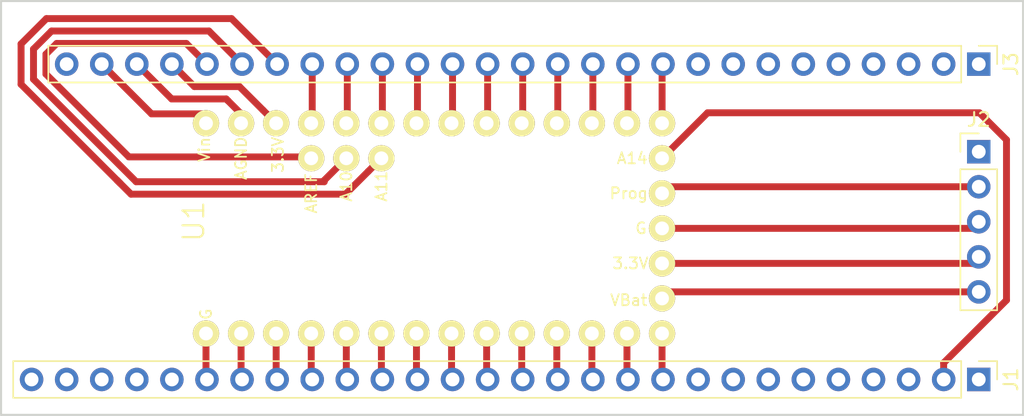
<source format=kicad_pcb>
(kicad_pcb (version 4) (host pcbnew 4.0.6)

  (general
    (links 44)
    (no_connects 8)
    (area 111.924999 88.924999 186.3961 119.075001)
    (thickness 1.6)
    (drawings 4)
    (tracks 114)
    (zones 0)
    (modules 4)
    (nets 53)
  )

  (page A4)
  (layers
    (0 F.Cu signal)
    (31 B.Cu signal)
    (32 B.Adhes user)
    (33 F.Adhes user)
    (34 B.Paste user)
    (35 F.Paste user)
    (36 B.SilkS user)
    (37 F.SilkS user)
    (38 B.Mask user)
    (39 F.Mask user)
    (40 Dwgs.User user)
    (41 Cmts.User user)
    (42 Eco1.User user)
    (43 Eco2.User user)
    (44 Edge.Cuts user)
    (45 Margin user)
    (46 B.CrtYd user)
    (47 F.CrtYd user)
    (48 B.Fab user)
    (49 F.Fab user)
  )

  (setup
    (last_trace_width 0.5)
    (trace_clearance 0.4)
    (zone_clearance 0.508)
    (zone_45_only no)
    (trace_min 0.2)
    (segment_width 0.2)
    (edge_width 0.15)
    (via_size 0.6)
    (via_drill 0.4)
    (via_min_size 0.4)
    (via_min_drill 0.3)
    (uvia_size 0.3)
    (uvia_drill 0.1)
    (uvias_allowed no)
    (uvia_min_size 0.2)
    (uvia_min_drill 0.1)
    (pcb_text_width 0.3)
    (pcb_text_size 1.5 1.5)
    (mod_edge_width 0.15)
    (mod_text_size 1 1)
    (mod_text_width 0.15)
    (pad_size 1.7 1.7)
    (pad_drill 1)
    (pad_to_mask_clearance 0.2)
    (aux_axis_origin 0 0)
    (visible_elements 7FFFFFFF)
    (pcbplotparams
      (layerselection 0x01000_00000001)
      (usegerberextensions false)
      (excludeedgelayer true)
      (linewidth 0.100000)
      (plotframeref false)
      (viasonmask false)
      (mode 1)
      (useauxorigin false)
      (hpglpennumber 1)
      (hpglpenspeed 20)
      (hpglpendiameter 15)
      (hpglpenoverlay 2)
      (psnegative false)
      (psa4output false)
      (plotreference true)
      (plotvalue true)
      (plotinvisibletext false)
      (padsonsilk false)
      (subtractmaskfromsilk false)
      (outputformat 1)
      (mirror false)
      (drillshape 0)
      (scaleselection 1)
      (outputdirectory Gerber/))
  )

  (net 0 "")
  (net 1 GND)
  (net 2 A14/DAC)
  (net 3 28)
  (net 4 27)
  (net 5 26)
  (net 6 25)
  (net 7 24)
  (net 8 A12)
  (net 9 12)
  (net 10 11)
  (net 11 10)
  (net 12 9)
  (net 13 8)
  (net 14 7)
  (net 15 6)
  (net 16 5)
  (net 17 4)
  (net 18 3)
  (net 19 2)
  (net 20 1)
  (net 21 0)
  (net 22 RST)
  (net 23 SWD)
  (net 24 SWC)
  (net 25 EN)
  (net 26 RESET)
  (net 27 PROG)
  (net 28 +3V3)
  (net 29 VBAT)
  (net 30 29)
  (net 31 30)
  (net 32 31)
  (net 33 32)
  (net 34 33)
  (net 35 A13)
  (net 36 13)
  (net 37 A0)
  (net 38 A1)
  (net 39 A2)
  (net 40 A3)
  (net 41 A4)
  (net 42 A5)
  (net 43 A6)
  (net 44 A7)
  (net 45 A8)
  (net 46 A9)
  (net 47 A11)
  (net 48 A10)
  (net 49 AREF)
  (net 50 AGND)
  (net 51 VIN)
  (net 52 VUSB)

  (net_class Default "This is the default net class."
    (clearance 0.4)
    (trace_width 0.5)
    (via_dia 0.6)
    (via_drill 0.4)
    (uvia_dia 0.3)
    (uvia_drill 0.1)
    (add_net +3V3)
    (add_net 0)
    (add_net 1)
    (add_net 10)
    (add_net 11)
    (add_net 12)
    (add_net 13)
    (add_net 2)
    (add_net 24)
    (add_net 25)
    (add_net 26)
    (add_net 27)
    (add_net 28)
    (add_net 29)
    (add_net 3)
    (add_net 30)
    (add_net 31)
    (add_net 32)
    (add_net 33)
    (add_net 4)
    (add_net 5)
    (add_net 6)
    (add_net 7)
    (add_net 8)
    (add_net 9)
    (add_net A0)
    (add_net A1)
    (add_net A10)
    (add_net A11)
    (add_net A12)
    (add_net A13)
    (add_net A14/DAC)
    (add_net A2)
    (add_net A3)
    (add_net A4)
    (add_net A5)
    (add_net A6)
    (add_net A7)
    (add_net A8)
    (add_net A9)
    (add_net AGND)
    (add_net AREF)
    (add_net EN)
    (add_net GND)
    (add_net PROG)
    (add_net RESET)
    (add_net RST)
    (add_net SWC)
    (add_net SWD)
    (add_net VBAT)
    (add_net VIN)
    (add_net VUSB)
  )

  (module Pin_Headers:Pin_Header_Straight_1x28_Pitch2.54mm (layer F.Cu) (tedit 59650532) (tstamp 59F0DEFC)
    (at 182.7911 116.4336 270)
    (descr "Through hole straight pin header, 1x28, 2.54mm pitch, single row")
    (tags "Through hole pin header THT 1x28 2.54mm single row")
    (path /59F0D9BD)
    (fp_text reference J1 (at 0 -2.33 270) (layer F.SilkS)
      (effects (font (size 1 1) (thickness 0.15)))
    )
    (fp_text value CONN_01X28 (at -2.6336 65.1911 360) (layer F.Fab)
      (effects (font (size 1 1) (thickness 0.15)))
    )
    (fp_line (start -0.635 -1.27) (end 1.27 -1.27) (layer F.Fab) (width 0.1))
    (fp_line (start 1.27 -1.27) (end 1.27 69.85) (layer F.Fab) (width 0.1))
    (fp_line (start 1.27 69.85) (end -1.27 69.85) (layer F.Fab) (width 0.1))
    (fp_line (start -1.27 69.85) (end -1.27 -0.635) (layer F.Fab) (width 0.1))
    (fp_line (start -1.27 -0.635) (end -0.635 -1.27) (layer F.Fab) (width 0.1))
    (fp_line (start -1.33 69.91) (end 1.33 69.91) (layer F.SilkS) (width 0.12))
    (fp_line (start -1.33 1.27) (end -1.33 69.91) (layer F.SilkS) (width 0.12))
    (fp_line (start 1.33 1.27) (end 1.33 69.91) (layer F.SilkS) (width 0.12))
    (fp_line (start -1.33 1.27) (end 1.33 1.27) (layer F.SilkS) (width 0.12))
    (fp_line (start -1.33 0) (end -1.33 -1.33) (layer F.SilkS) (width 0.12))
    (fp_line (start -1.33 -1.33) (end 0 -1.33) (layer F.SilkS) (width 0.12))
    (fp_line (start -1.8 -1.8) (end -1.8 70.35) (layer F.CrtYd) (width 0.05))
    (fp_line (start -1.8 70.35) (end 1.8 70.35) (layer F.CrtYd) (width 0.05))
    (fp_line (start 1.8 70.35) (end 1.8 -1.8) (layer F.CrtYd) (width 0.05))
    (fp_line (start 1.8 -1.8) (end -1.8 -1.8) (layer F.CrtYd) (width 0.05))
    (fp_text user %R (at 0 34.29 360) (layer F.Fab)
      (effects (font (size 1 1) (thickness 0.15)))
    )
    (pad 1 thru_hole rect (at 0 0 270) (size 1.7 1.7) (drill 1) (layers *.Cu *.Mask)
      (net 1 GND))
    (pad 2 thru_hole oval (at 0 2.54 270) (size 1.7 1.7) (drill 1) (layers *.Cu *.Mask)
      (net 2 A14/DAC))
    (pad 3 thru_hole oval (at 0 5.08 270) (size 1.7 1.7) (drill 1) (layers *.Cu *.Mask)
      (net 3 28))
    (pad 4 thru_hole oval (at 0 7.62 270) (size 1.7 1.7) (drill 1) (layers *.Cu *.Mask)
      (net 4 27))
    (pad 5 thru_hole oval (at 0 10.16 270) (size 1.7 1.7) (drill 1) (layers *.Cu *.Mask)
      (net 5 26))
    (pad 6 thru_hole oval (at 0 12.7 270) (size 1.7 1.7) (drill 1) (layers *.Cu *.Mask)
      (net 6 25))
    (pad 7 thru_hole oval (at 0 15.24 270) (size 1.7 1.7) (drill 1) (layers *.Cu *.Mask)
      (net 7 24))
    (pad 8 thru_hole oval (at 0 17.78 270) (size 1.7 1.7) (drill 1) (layers *.Cu *.Mask)
      (net 1 GND))
    (pad 9 thru_hole oval (at 0 20.32 270) (size 1.7 1.7) (drill 1) (layers *.Cu *.Mask)
      (net 8 A12))
    (pad 10 thru_hole oval (at 0 22.86 270) (size 1.7 1.7) (drill 1) (layers *.Cu *.Mask)
      (net 9 12))
    (pad 11 thru_hole oval (at 0 25.4 270) (size 1.7 1.7) (drill 1) (layers *.Cu *.Mask)
      (net 10 11))
    (pad 12 thru_hole oval (at 0 27.94 270) (size 1.7 1.7) (drill 1) (layers *.Cu *.Mask)
      (net 11 10))
    (pad 13 thru_hole oval (at 0 30.48 270) (size 1.7 1.7) (drill 1) (layers *.Cu *.Mask)
      (net 12 9))
    (pad 14 thru_hole oval (at 0 33.02 270) (size 1.7 1.7) (drill 1) (layers *.Cu *.Mask)
      (net 13 8))
    (pad 15 thru_hole oval (at 0 35.56 270) (size 1.7 1.7) (drill 1) (layers *.Cu *.Mask)
      (net 14 7))
    (pad 16 thru_hole oval (at 0 38.1 270) (size 1.7 1.7) (drill 1) (layers *.Cu *.Mask)
      (net 15 6))
    (pad 17 thru_hole oval (at 0 40.64 270) (size 1.7 1.7) (drill 1) (layers *.Cu *.Mask)
      (net 16 5))
    (pad 18 thru_hole oval (at 0 43.18 270) (size 1.7 1.7) (drill 1) (layers *.Cu *.Mask)
      (net 17 4))
    (pad 19 thru_hole oval (at 0 45.72 270) (size 1.7 1.7) (drill 1) (layers *.Cu *.Mask)
      (net 18 3))
    (pad 20 thru_hole oval (at 0 48.26 270) (size 1.7 1.7) (drill 1) (layers *.Cu *.Mask)
      (net 19 2))
    (pad 21 thru_hole oval (at 0 50.8 270) (size 1.7 1.7) (drill 1) (layers *.Cu *.Mask)
      (net 20 1))
    (pad 22 thru_hole oval (at 0 53.34 270) (size 1.7 1.7) (drill 1) (layers *.Cu *.Mask)
      (net 21 0))
    (pad 23 thru_hole oval (at 0 55.88 270) (size 1.7 1.7) (drill 1) (layers *.Cu *.Mask)
      (net 1 GND))
    (pad 24 thru_hole oval (at 0 58.42 270) (size 1.7 1.7) (drill 1) (layers *.Cu *.Mask)
      (net 22 RST))
    (pad 25 thru_hole oval (at 0 60.96 270) (size 1.7 1.7) (drill 1) (layers *.Cu *.Mask)
      (net 23 SWD))
    (pad 26 thru_hole oval (at 0 63.5 270) (size 1.7 1.7) (drill 1) (layers *.Cu *.Mask)
      (net 24 SWC))
    (pad 27 thru_hole oval (at 0 66.04 270) (size 1.7 1.7) (drill 1) (layers *.Cu *.Mask)
      (net 25 EN))
    (pad 28 thru_hole oval (at 0 68.58 270) (size 1.7 1.7) (drill 1) (layers *.Cu *.Mask)
      (net 1 GND))
    (model ${KISYS3DMOD}/Pin_Headers.3dshapes/Pin_Header_Straight_1x28_Pitch2.54mm.wrl
      (at (xyz 0 0 0))
      (scale (xyz 1 1 1))
      (rotate (xyz 0 0 0))
    )
  )

  (module Pin_Headers:Pin_Header_Straight_1x05_Pitch2.54mm (layer F.Cu) (tedit 59650532) (tstamp 59F0DF05)
    (at 182.7911 99.9236)
    (descr "Through hole straight pin header, 1x05, 2.54mm pitch, single row")
    (tags "Through hole pin header THT 1x05 2.54mm single row")
    (path /59F0DB02)
    (fp_text reference J2 (at 0 -2.33) (layer F.SilkS)
      (effects (font (size 1 1) (thickness 0.15)))
    )
    (fp_text value CONN_01X05 (at -6.7911 4.0764) (layer F.Fab)
      (effects (font (size 1 1) (thickness 0.15)))
    )
    (fp_line (start -0.635 -1.27) (end 1.27 -1.27) (layer F.Fab) (width 0.1))
    (fp_line (start 1.27 -1.27) (end 1.27 11.43) (layer F.Fab) (width 0.1))
    (fp_line (start 1.27 11.43) (end -1.27 11.43) (layer F.Fab) (width 0.1))
    (fp_line (start -1.27 11.43) (end -1.27 -0.635) (layer F.Fab) (width 0.1))
    (fp_line (start -1.27 -0.635) (end -0.635 -1.27) (layer F.Fab) (width 0.1))
    (fp_line (start -1.33 11.49) (end 1.33 11.49) (layer F.SilkS) (width 0.12))
    (fp_line (start -1.33 1.27) (end -1.33 11.49) (layer F.SilkS) (width 0.12))
    (fp_line (start 1.33 1.27) (end 1.33 11.49) (layer F.SilkS) (width 0.12))
    (fp_line (start -1.33 1.27) (end 1.33 1.27) (layer F.SilkS) (width 0.12))
    (fp_line (start -1.33 0) (end -1.33 -1.33) (layer F.SilkS) (width 0.12))
    (fp_line (start -1.33 -1.33) (end 0 -1.33) (layer F.SilkS) (width 0.12))
    (fp_line (start -1.8 -1.8) (end -1.8 11.95) (layer F.CrtYd) (width 0.05))
    (fp_line (start -1.8 11.95) (end 1.8 11.95) (layer F.CrtYd) (width 0.05))
    (fp_line (start 1.8 11.95) (end 1.8 -1.8) (layer F.CrtYd) (width 0.05))
    (fp_line (start 1.8 -1.8) (end -1.8 -1.8) (layer F.CrtYd) (width 0.05))
    (fp_text user %R (at 0 5.08 90) (layer F.Fab)
      (effects (font (size 1 1) (thickness 0.15)))
    )
    (pad 1 thru_hole rect (at 0 0) (size 1.7 1.7) (drill 1) (layers *.Cu *.Mask)
      (net 26 RESET))
    (pad 2 thru_hole oval (at 0 2.54) (size 1.7 1.7) (drill 1) (layers *.Cu *.Mask)
      (net 27 PROG))
    (pad 3 thru_hole oval (at 0 5.08) (size 1.7 1.7) (drill 1) (layers *.Cu *.Mask)
      (net 1 GND))
    (pad 4 thru_hole oval (at 0 7.62) (size 1.7 1.7) (drill 1) (layers *.Cu *.Mask)
      (net 28 +3V3))
    (pad 5 thru_hole oval (at 0 10.16) (size 1.7 1.7) (drill 1) (layers *.Cu *.Mask)
      (net 29 VBAT))
    (model ${KISYS3DMOD}/Pin_Headers.3dshapes/Pin_Header_Straight_1x05_Pitch2.54mm.wrl
      (at (xyz 0 0 0))
      (scale (xyz 1 1 1))
      (rotate (xyz 0 0 0))
    )
  )

  (module Pin_Headers:Pin_Header_Straight_1x27_Pitch2.54mm (layer F.Cu) (tedit 59F0E2EC) (tstamp 59F0DF24)
    (at 182.7911 93.5736 270)
    (descr "Through hole straight pin header, 1x27, 2.54mm pitch, single row")
    (tags "Through hole pin header THT 1x27 2.54mm single row")
    (path /59F0DA36)
    (fp_text reference J3 (at 0 -2.33 270) (layer F.SilkS)
      (effects (font (size 1 1) (thickness 0.15)))
    )
    (fp_text value CONN_01X27 (at -2.7736 2.9911 360) (layer F.Fab)
      (effects (font (size 1 1) (thickness 0.15)))
    )
    (fp_line (start -0.635 -1.27) (end 1.27 -1.27) (layer F.Fab) (width 0.1))
    (fp_line (start 1.27 -1.27) (end 1.27 67.31) (layer F.Fab) (width 0.1))
    (fp_line (start 1.27 67.31) (end -1.27 67.31) (layer F.Fab) (width 0.1))
    (fp_line (start -1.27 67.31) (end -1.27 -0.635) (layer F.Fab) (width 0.1))
    (fp_line (start -1.27 -0.635) (end -0.635 -1.27) (layer F.Fab) (width 0.1))
    (fp_line (start -1.33 67.37) (end 1.33 67.37) (layer F.SilkS) (width 0.12))
    (fp_line (start -1.33 1.27) (end -1.33 67.37) (layer F.SilkS) (width 0.12))
    (fp_line (start 1.33 1.27) (end 1.33 67.37) (layer F.SilkS) (width 0.12))
    (fp_line (start -1.33 1.27) (end 1.33 1.27) (layer F.SilkS) (width 0.12))
    (fp_line (start -1.33 0) (end -1.33 -1.33) (layer F.SilkS) (width 0.12))
    (fp_line (start -1.33 -1.33) (end 0 -1.33) (layer F.SilkS) (width 0.12))
    (fp_line (start -1.8 -1.8) (end -1.8 67.85) (layer F.CrtYd) (width 0.05))
    (fp_line (start -1.8 67.85) (end 1.8 67.85) (layer F.CrtYd) (width 0.05))
    (fp_line (start 1.8 67.85) (end 1.8 -1.8) (layer F.CrtYd) (width 0.05))
    (fp_line (start 1.8 -1.8) (end -1.8 -1.8) (layer F.CrtYd) (width 0.05))
    (fp_text user %R (at 0 33.02 360) (layer F.Fab)
      (effects (font (size 1 1) (thickness 0.15)))
    )
    (pad 1 thru_hole rect (at 0 0 270) (size 1.7 1.7) (drill 1) (layers *.Cu *.Mask)
      (net 1 GND))
    (pad 2 thru_hole oval (at 0 2.54 270) (size 1.7 1.7) (drill 1) (layers *.Cu *.Mask)
      (net 28 +3V3))
    (pad 3 thru_hole oval (at 0 5.08 270) (size 1.7 1.7) (drill 1) (layers *.Cu *.Mask)
      (net 30 29))
    (pad 4 thru_hole oval (at 0 7.62 270) (size 1.7 1.7) (drill 1) (layers *.Cu *.Mask)
      (net 31 30))
    (pad 5 thru_hole oval (at 0 10.16 270) (size 1.7 1.7) (drill 1) (layers *.Cu *.Mask)
      (net 32 31))
    (pad 6 thru_hole oval (at 0 12.7 270) (size 1.7 1.7) (drill 1) (layers *.Cu *.Mask)
      (net 33 32))
    (pad 7 thru_hole oval (at 0 15.24 270) (size 1.7 1.7) (drill 1) (layers *.Cu *.Mask)
      (net 34 33))
    (pad 8 thru_hole oval (at 0 17.78 270) (size 1.7 1.7) (drill 1) (layers *.Cu *.Mask)
      (net 28 +3V3))
    (pad 9 thru_hole oval (at 0 20.32 270) (size 1.7 1.7) (drill 1) (layers *.Cu *.Mask)
      (net 35 A13))
    (pad 10 thru_hole oval (at 0 22.86 270) (size 1.7 1.7) (drill 1) (layers *.Cu *.Mask)
      (net 36 13))
    (pad 11 thru_hole oval (at 0 25.4 270) (size 1.7 1.7) (drill 1) (layers *.Cu *.Mask)
      (net 37 A0))
    (pad 12 thru_hole oval (at 0 27.94 270) (size 1.7 1.7) (drill 1) (layers *.Cu *.Mask)
      (net 38 A1))
    (pad 13 thru_hole oval (at 0 30.48 270) (size 1.7 1.7) (drill 1) (layers *.Cu *.Mask)
      (net 39 A2))
    (pad 14 thru_hole oval (at 0 33.02 270) (size 1.7 1.7) (drill 1) (layers *.Cu *.Mask)
      (net 40 A3))
    (pad 15 thru_hole oval (at 0 35.56 270) (size 1.7 1.7) (drill 1) (layers *.Cu *.Mask)
      (net 41 A4))
    (pad 16 thru_hole oval (at 0 38.1 270) (size 1.7 1.7) (drill 1) (layers *.Cu *.Mask)
      (net 42 A5))
    (pad 17 thru_hole oval (at 0 40.64 270) (size 1.7 1.7) (drill 1) (layers *.Cu *.Mask)
      (net 43 A6))
    (pad 18 thru_hole oval (at 0 43.18 270) (size 1.7 1.7) (drill 1) (layers *.Cu *.Mask)
      (net 44 A7))
    (pad 19 thru_hole oval (at 0 45.72 270) (size 1.7 1.7) (drill 1) (layers *.Cu *.Mask)
      (net 45 A8))
    (pad 20 thru_hole oval (at 0 48.26 270) (size 1.7 1.7) (drill 1) (layers *.Cu *.Mask)
      (net 46 A9))
    (pad 21 thru_hole oval (at 0 50.8 270) (size 1.7 1.7) (drill 1) (layers *.Cu *.Mask)
      (net 47 A11))
    (pad 22 thru_hole oval (at 0 53.34 270) (size 1.7 1.7) (drill 1) (layers *.Cu *.Mask)
      (net 48 A10))
    (pad 23 thru_hole oval (at 0 55.88 270) (size 1.7 1.7) (drill 1) (layers *.Cu *.Mask)
      (net 49 AREF))
    (pad 24 thru_hole oval (at 0 58.42 270) (size 1.7 1.7) (drill 1) (layers *.Cu *.Mask)
      (net 28 +3V3))
    (pad 25 thru_hole oval (at 0 60.96 270) (size 1.7 1.7) (drill 1) (layers *.Cu *.Mask)
      (net 50 AGND))
    (pad 26 thru_hole oval (at 0 63.5 270) (size 1.7 1.7) (drill 1) (layers *.Cu *.Mask)
      (net 51 VIN))
    (pad 27 thru_hole oval (at 0 66.04 270) (size 1.7 1.7) (drill 1) (layers *.Cu *.Mask)
      (net 52 VUSB))
    (model ${KISYS3DMOD}/Pin_Headers.3dshapes/Pin_Header_Straight_1x27_Pitch2.54mm.wrl
      (at (xyz 0 0 0))
      (scale (xyz 1 1 1))
      (rotate (xyz 0 0 0))
    )
  )

  (module WheelerLab:Teensy-3.2 (layer F.Cu) (tedit 5787BC32) (tstamp 59F0DF4C)
    (at 143.096 105.48)
    (path /59F0D60F)
    (fp_text reference U1 (at -17.145 -0.508 90) (layer F.SilkS)
      (effects (font (size 1.5 1.5) (thickness 0.15)))
    )
    (fp_text value Teensy_3.2 (at 0 -0.508) (layer F.Fab)
      (effects (font (size 1.5 1.5) (thickness 0.15)))
    )
    (fp_text user VBat (at 14.351 5.207) (layer F.SilkS)
      (effects (font (size 0.8 0.8) (thickness 0.125)))
    )
    (fp_text user 3.3V (at 14.478 2.54) (layer F.SilkS)
      (effects (font (size 0.8 0.8) (thickness 0.125)))
    )
    (fp_text user G (at 15.24 0) (layer F.SilkS)
      (effects (font (size 0.8 0.8) (thickness 0.125)))
    )
    (fp_text user Prog (at 14.351 -2.54) (layer F.SilkS)
      (effects (font (size 0.8 0.8) (thickness 0.125)))
    )
    (fp_text user A14 (at 14.605 -5.08) (layer F.SilkS)
      (effects (font (size 0.8 0.8) (thickness 0.125)))
    )
    (fp_text user G (at -16.256 6.223 90) (layer F.SilkS)
      (effects (font (size 0.8 0.8) (thickness 0.125)))
    )
    (fp_text user 3.3V (at -11.049 -5.334 90) (layer F.SilkS)
      (effects (font (size 0.8 0.8) (thickness 0.125)))
    )
    (fp_text user AGND (at -13.716 -5.08 270) (layer F.SilkS)
      (effects (font (size 0.8 0.8) (thickness 0.125)))
    )
    (fp_text user Vin (at -16.383 -5.715 270) (layer F.SilkS)
      (effects (font (size 0.8 0.8) (thickness 0.125)))
    )
    (fp_text user A11 (at -3.556 -3.048 270) (layer F.SilkS)
      (effects (font (size 0.8 0.8) (thickness 0.125)))
    )
    (fp_text user A10 (at -6.096 -3.048 270) (layer F.SilkS)
      (effects (font (size 0.8 0.8) (thickness 0.125)))
    )
    (fp_text user AREF (at -8.636 -2.54 270) (layer F.SilkS)
      (effects (font (size 0.8 0.8) (thickness 0.125)))
    )
    (pad 35 thru_hole circle (at -8.636 -5.08) (size 1.9 1.9) (drill 1) (layers *.Cu *.Mask F.SilkS)
      (net 49 AREF))
    (pad 34 thru_hole circle (at -6.096 -5.08) (size 1.9 1.9) (drill 1) (layers *.Cu *.Mask F.SilkS)
      (net 48 A10))
    (pad 33 thru_hole circle (at -3.556 -5.08) (size 1.9 1.9) (drill 1) (layers *.Cu *.Mask F.SilkS)
      (net 47 A11))
    (pad 32 thru_hole circle (at 16.764 5.08) (size 1.9 1.9) (drill 1) (layers *.Cu *.Mask F.SilkS)
      (net 29 VBAT))
    (pad 31 thru_hole circle (at 16.764 2.54) (size 1.9 1.9) (drill 1) (layers *.Cu *.Mask F.SilkS)
      (net 28 +3V3))
    (pad 30 thru_hole circle (at 16.764 0) (size 1.9 1.9) (drill 1) (layers *.Cu *.Mask F.SilkS)
      (net 1 GND))
    (pad 28 thru_hole circle (at 16.764 -5.08) (size 1.9 1.9) (drill 1) (layers *.Cu *.Mask F.SilkS)
      (net 2 A14/DAC))
    (pad 29 thru_hole circle (at 16.764 -2.54) (size 1.9 1.9) (drill 1) (layers *.Cu *.Mask F.SilkS)
      (net 27 PROG))
    (pad 0 thru_hole circle (at -13.716 7.62) (size 1.9 1.9) (drill 1) (layers *.Cu *.Mask F.SilkS)
      (net 21 0))
    (pad 1 thru_hole circle (at -11.176 7.62) (size 1.9 1.9) (drill 1) (layers *.Cu *.Mask F.SilkS)
      (net 20 1))
    (pad 2 thru_hole circle (at -8.636 7.62) (size 1.9 1.9) (drill 1) (layers *.Cu *.Mask F.SilkS)
      (net 19 2))
    (pad 3 thru_hole circle (at -6.096 7.62) (size 1.9 1.9) (drill 1) (layers *.Cu *.Mask F.SilkS)
      (net 18 3))
    (pad 4 thru_hole circle (at -3.556 7.62) (size 1.9 1.9) (drill 1) (layers *.Cu *.Mask F.SilkS)
      (net 17 4))
    (pad 5 thru_hole circle (at -1.016 7.62) (size 1.9 1.9) (drill 1) (layers *.Cu *.Mask F.SilkS)
      (net 16 5))
    (pad 6 thru_hole circle (at 1.524 7.62) (size 1.9 1.9) (drill 1) (layers *.Cu *.Mask F.SilkS)
      (net 15 6))
    (pad 7 thru_hole circle (at 4.064 7.62) (size 1.9 1.9) (drill 1) (layers *.Cu *.Mask F.SilkS)
      (net 14 7))
    (pad 8 thru_hole circle (at 6.604 7.62) (size 1.9 1.9) (drill 1) (layers *.Cu *.Mask F.SilkS)
      (net 13 8))
    (pad 9 thru_hole circle (at 9.144 7.62) (size 1.9 1.9) (drill 1) (layers *.Cu *.Mask F.SilkS)
      (net 12 9))
    (pad 10 thru_hole circle (at 11.684 7.62) (size 1.9 1.9) (drill 1) (layers *.Cu *.Mask F.SilkS)
      (net 11 10))
    (pad 11 thru_hole circle (at 14.224 7.62) (size 1.9 1.9) (drill 1) (layers *.Cu *.Mask F.SilkS)
      (net 10 11))
    (pad 12 thru_hole circle (at 16.764 7.62) (size 1.9 1.9) (drill 1) (layers *.Cu *.Mask F.SilkS)
      (net 9 12))
    (pad 13 thru_hole circle (at 16.764 -7.62) (size 1.9 1.9) (drill 1) (layers *.Cu *.Mask F.SilkS)
      (net 36 13))
    (pad 14 thru_hole circle (at 14.224 -7.62) (size 1.9 1.9) (drill 1) (layers *.Cu *.Mask F.SilkS)
      (net 37 A0))
    (pad 15 thru_hole circle (at 11.684 -7.62) (size 1.9 1.9) (drill 1) (layers *.Cu *.Mask F.SilkS)
      (net 38 A1))
    (pad 16 thru_hole circle (at 9.144 -7.62) (size 1.9 1.9) (drill 1) (layers *.Cu *.Mask F.SilkS)
      (net 39 A2))
    (pad 17 thru_hole circle (at 6.604 -7.62) (size 1.9 1.9) (drill 1) (layers *.Cu *.Mask F.SilkS)
      (net 40 A3))
    (pad 18 thru_hole circle (at 4.064 -7.62) (size 1.9 1.9) (drill 1) (layers *.Cu *.Mask F.SilkS)
      (net 41 A4))
    (pad 19 thru_hole circle (at 1.524 -7.62) (size 1.9 1.9) (drill 1) (layers *.Cu *.Mask F.SilkS)
      (net 42 A5))
    (pad 20 thru_hole circle (at -1.016 -7.62) (size 1.9 1.9) (drill 1) (layers *.Cu *.Mask F.SilkS)
      (net 43 A6))
    (pad 21 thru_hole circle (at -3.556 -7.62) (size 1.9 1.9) (drill 1) (layers *.Cu *.Mask F.SilkS)
      (net 44 A7))
    (pad 22 thru_hole circle (at -6.096 -7.62) (size 1.9 1.9) (drill 1) (layers *.Cu *.Mask F.SilkS)
      (net 45 A8))
    (pad 23 thru_hole circle (at -8.636 -7.62) (size 1.9 1.9) (drill 1) (layers *.Cu *.Mask F.SilkS)
      (net 46 A9))
    (pad 24 thru_hole circle (at -11.176 -7.62) (size 1.9 1.9) (drill 1) (layers *.Cu *.Mask F.SilkS)
      (net 28 +3V3))
    (pad 25 thru_hole circle (at -13.716 -7.62) (size 1.9 1.9) (drill 1) (layers *.Cu *.Mask F.SilkS)
      (net 50 AGND))
    (pad 26 thru_hole circle (at -16.256 -7.62) (size 1.9 1.9) (drill 1) (layers *.Cu *.Mask F.SilkS)
      (net 51 VIN))
    (pad 27 thru_hole circle (at -16.256 7.62) (size 1.9 1.9) (drill 1) (layers *.Cu *.Mask F.SilkS)
      (net 1 GND))
  )

  (gr_line (start 186 89) (end 112 89) (layer Edge.Cuts) (width 0.15))
  (gr_line (start 186 119) (end 186 89) (layer Edge.Cuts) (width 0.15))
  (gr_line (start 112 119) (end 186 119) (layer Edge.Cuts) (width 0.15))
  (gr_line (start 112 89) (end 112 119) (layer Edge.Cuts) (width 0.15))

  (segment (start 126.84 113.1) (end 126.84 116.3625) (width 0.5) (layer F.Cu) (net 1))
  (segment (start 126.84 116.3625) (end 126.9111 116.4336) (width 0.5) (layer F.Cu) (net 1))
  (segment (start 159.86 105.48) (end 182.3147 105.48) (width 0.5) (layer F.Cu) (net 1))
  (segment (start 182.3147 105.48) (end 182.7911 105.0036) (width 0.5) (layer F.Cu) (net 1))
  (segment (start 126.844 116.3665) (end 126.9111 116.4336) (width 0.5) (layer F.Cu) (net 1))
  (segment (start 159.86 100.4) (end 163.16 97.1) (width 0.5) (layer F.Cu) (net 2))
  (segment (start 163.16 97.1) (end 182.837502 97.1) (width 0.5) (layer F.Cu) (net 2))
  (segment (start 182.837502 97.1) (end 184.8 99.062498) (width 0.5) (layer F.Cu) (net 2))
  (segment (start 184.8 99.062498) (end 184.8 110.682619) (width 0.5) (layer F.Cu) (net 2))
  (segment (start 184.8 110.682619) (end 180.2511 115.231519) (width 0.5) (layer F.Cu) (net 2))
  (segment (start 180.2511 115.231519) (end 180.2511 116.4336) (width 0.5) (layer F.Cu) (net 2))
  (segment (start 159.86 113.1) (end 159.86 116.3625) (width 0.5) (layer F.Cu) (net 9))
  (segment (start 159.86 116.3625) (end 159.9311 116.4336) (width 0.5) (layer F.Cu) (net 9))
  (segment (start 159.9311 112.4871) (end 159.864 112.42) (width 0.5) (layer F.Cu) (net 9))
  (segment (start 157.32 113.1) (end 157.32 116.3625) (width 0.5) (layer F.Cu) (net 10))
  (segment (start 157.32 116.3625) (end 157.3911 116.4336) (width 0.5) (layer F.Cu) (net 10))
  (segment (start 157.3911 112.4871) (end 157.324 112.42) (width 0.5) (layer F.Cu) (net 10))
  (segment (start 154.78 113.1) (end 154.78 116.3625) (width 0.5) (layer F.Cu) (net 11))
  (segment (start 154.78 116.3625) (end 154.8511 116.4336) (width 0.5) (layer F.Cu) (net 11))
  (segment (start 154.784 116.3665) (end 154.8511 116.4336) (width 0.5) (layer F.Cu) (net 11))
  (segment (start 152.24 113.1) (end 152.24 116.3625) (width 0.5) (layer F.Cu) (net 12))
  (segment (start 152.24 116.3625) (end 152.3111 116.4336) (width 0.5) (layer F.Cu) (net 12))
  (segment (start 152.3111 112.4871) (end 152.244 112.42) (width 0.5) (layer F.Cu) (net 12))
  (segment (start 149.7 113.1) (end 149.7 116.3625) (width 0.5) (layer F.Cu) (net 13))
  (segment (start 149.7 116.3625) (end 149.7711 116.4336) (width 0.5) (layer F.Cu) (net 13))
  (segment (start 149.704 116.3665) (end 149.7711 116.4336) (width 0.5) (layer F.Cu) (net 13))
  (segment (start 147.16 113.1) (end 147.16 116.3625) (width 0.5) (layer F.Cu) (net 14))
  (segment (start 147.16 116.3625) (end 147.2311 116.4336) (width 0.5) (layer F.Cu) (net 14))
  (segment (start 147.164 116.3665) (end 147.2311 116.4336) (width 0.5) (layer F.Cu) (net 14))
  (segment (start 144.62 113.1) (end 144.62 116.3625) (width 0.5) (layer F.Cu) (net 15))
  (segment (start 144.62 116.3625) (end 144.6911 116.4336) (width 0.5) (layer F.Cu) (net 15))
  (segment (start 144.624 116.3665) (end 144.6911 116.4336) (width 0.25) (layer F.Cu) (net 15))
  (segment (start 142.08 113.1) (end 142.08 116.3625) (width 0.5) (layer F.Cu) (net 16))
  (segment (start 142.08 116.3625) (end 142.1511 116.4336) (width 0.5) (layer F.Cu) (net 16))
  (segment (start 142.084 116.3665) (end 142.1511 116.4336) (width 0.25) (layer F.Cu) (net 16))
  (segment (start 139.54 113.1) (end 139.54 116.3625) (width 0.5) (layer F.Cu) (net 17))
  (segment (start 139.54 116.3625) (end 139.6111 116.4336) (width 0.5) (layer F.Cu) (net 17))
  (segment (start 139.544 116.3665) (end 139.6111 116.4336) (width 0.25) (layer F.Cu) (net 17))
  (segment (start 137 113.1) (end 137 116.3625) (width 0.5) (layer F.Cu) (net 18))
  (segment (start 137 116.3625) (end 137.0711 116.4336) (width 0.5) (layer F.Cu) (net 18))
  (segment (start 137.004 116.3665) (end 137.0711 116.4336) (width 0.25) (layer F.Cu) (net 18))
  (segment (start 134.46 113.1) (end 134.46 116.3625) (width 0.5) (layer F.Cu) (net 19))
  (segment (start 134.46 116.3625) (end 134.5311 116.4336) (width 0.5) (layer F.Cu) (net 19))
  (segment (start 134.464 116.3665) (end 134.5311 116.4336) (width 0.25) (layer F.Cu) (net 19))
  (segment (start 131.92 113.1) (end 131.92 116.3625) (width 0.5) (layer F.Cu) (net 20))
  (segment (start 131.92 116.3625) (end 131.9911 116.4336) (width 0.5) (layer F.Cu) (net 20))
  (segment (start 131.924 116.3665) (end 131.9911 116.4336) (width 0.25) (layer F.Cu) (net 20))
  (segment (start 129.38 113.1) (end 129.38 116.3625) (width 0.5) (layer F.Cu) (net 21))
  (segment (start 129.38 116.3625) (end 129.4511 116.4336) (width 0.5) (layer F.Cu) (net 21))
  (segment (start 129.384 116.3665) (end 129.4511 116.4336) (width 0.25) (layer F.Cu) (net 21))
  (segment (start 182.7911 102.4636) (end 160.3364 102.4636) (width 0.5) (layer F.Cu) (net 27))
  (segment (start 160.3364 102.4636) (end 159.86 102.94) (width 0.5) (layer F.Cu) (net 27))
  (segment (start 160.0676 102.4636) (end 159.864 102.26) (width 0.5) (layer F.Cu) (net 27))
  (segment (start 159.86 108.02) (end 182.3147 108.02) (width 0.5) (layer F.Cu) (net 28))
  (segment (start 182.3147 108.02) (end 182.7911 107.5436) (width 0.5) (layer F.Cu) (net 28))
  (segment (start 124.3711 93.5736) (end 125.99749 95.19999) (width 0.5) (layer F.Cu) (net 28))
  (segment (start 125.99749 95.19999) (end 129.25999 95.19999) (width 0.5) (layer F.Cu) (net 28))
  (segment (start 129.25999 95.19999) (end 130.970001 96.910001) (width 0.5) (layer F.Cu) (net 28))
  (segment (start 130.970001 96.910001) (end 131.92 97.86) (width 0.5) (layer F.Cu) (net 28))
  (segment (start 182.7911 110.0836) (end 160.3364 110.0836) (width 0.5) (layer F.Cu) (net 29))
  (segment (start 160.3364 110.0836) (end 159.86 110.56) (width 0.5) (layer F.Cu) (net 29))
  (segment (start 182.5875 109.88) (end 182.7911 110.0836) (width 0.5) (layer F.Cu) (net 29))
  (segment (start 159.864 97.18) (end 159.864 93.6407) (width 0.5) (layer F.Cu) (net 36))
  (segment (start 159.864 93.6407) (end 159.9311 93.5736) (width 0.5) (layer F.Cu) (net 36))
  (segment (start 157.3911 93.5736) (end 157.3911 97.1129) (width 0.5) (layer F.Cu) (net 37))
  (segment (start 157.3911 97.1129) (end 157.324 97.18) (width 0.5) (layer F.Cu) (net 37))
  (segment (start 154.8511 93.5736) (end 154.8511 97.1129) (width 0.5) (layer F.Cu) (net 38))
  (segment (start 154.8511 97.1129) (end 154.784 97.18) (width 0.5) (layer F.Cu) (net 38))
  (segment (start 152.3111 93.5736) (end 152.3111 97.1129) (width 0.5) (layer F.Cu) (net 39))
  (segment (start 152.3111 97.1129) (end 152.244 97.18) (width 0.5) (layer F.Cu) (net 39))
  (segment (start 149.7711 93.5736) (end 149.7711 97.1129) (width 0.5) (layer F.Cu) (net 40))
  (segment (start 149.7711 97.1129) (end 149.704 97.18) (width 0.5) (layer F.Cu) (net 40))
  (segment (start 147.2311 93.5736) (end 147.2311 97.1129) (width 0.5) (layer F.Cu) (net 41))
  (segment (start 147.2311 97.1129) (end 147.164 97.18) (width 0.5) (layer F.Cu) (net 41))
  (segment (start 144.6911 93.5736) (end 144.6911 97.1129) (width 0.5) (layer F.Cu) (net 42))
  (segment (start 144.6911 97.1129) (end 144.624 97.18) (width 0.5) (layer F.Cu) (net 42))
  (segment (start 142.1511 93.5736) (end 142.1511 97.1129) (width 0.5) (layer F.Cu) (net 43))
  (segment (start 142.1511 97.1129) (end 142.084 97.18) (width 0.5) (layer F.Cu) (net 43))
  (segment (start 139.6111 93.5736) (end 139.6111 97.1129) (width 0.5) (layer F.Cu) (net 44))
  (segment (start 139.6111 97.1129) (end 139.544 97.18) (width 0.5) (layer F.Cu) (net 44))
  (segment (start 137.0711 93.5736) (end 137.0711 97.1129) (width 0.5) (layer F.Cu) (net 45))
  (segment (start 137.0711 97.1129) (end 137.004 97.18) (width 0.5) (layer F.Cu) (net 45))
  (segment (start 134.5311 93.5736) (end 134.5311 97.1129) (width 0.5) (layer F.Cu) (net 46))
  (segment (start 134.5311 97.1129) (end 134.464 97.18) (width 0.5) (layer F.Cu) (net 46))
  (segment (start 120.411886 102) (end 120.631897 102.220011) (width 0.5) (layer F.Cu) (net 47))
  (segment (start 113.451081 95.039195) (end 120.411886 102) (width 0.5) (layer F.Cu) (net 47))
  (segment (start 120.411886 102) (end 121.411896 103.00001) (width 0.5) (layer F.Cu) (net 47))
  (segment (start 121.411896 103.00001) (end 136.93999 103.00001) (width 0.5) (layer F.Cu) (net 47))
  (segment (start 136.93999 103.00001) (end 138.590001 101.349999) (width 0.5) (layer F.Cu) (net 47))
  (segment (start 138.590001 101.349999) (end 139.54 100.4) (width 0.5) (layer F.Cu) (net 47))
  (segment (start 131.9911 93.5736) (end 128.691081 90.273581) (width 0.5) (layer F.Cu) (net 47))
  (segment (start 128.691081 90.273581) (end 115.285505 90.273581) (width 0.5) (layer F.Cu) (net 47))
  (segment (start 115.285505 90.273581) (end 113.45108 92.108008) (width 0.5) (layer F.Cu) (net 47))
  (segment (start 113.45108 92.108008) (end 113.451081 95.039195) (width 0.5) (layer F.Cu) (net 47))
  (segment (start 135.4 102.1) (end 135.4 102) (width 0.5) (layer F.Cu) (net 48))
  (segment (start 135.4 102) (end 137 100.4) (width 0.5) (layer F.Cu) (net 48))
  (segment (start 129.4511 93.5736) (end 127.051089 91.173589) (width 0.5) (layer F.Cu) (net 48))
  (segment (start 127.051089 91.173589) (end 115.658302 91.17359) (width 0.5) (layer F.Cu) (net 48))
  (segment (start 115.658302 91.17359) (end 114.351089 92.480803) (width 0.5) (layer F.Cu) (net 48))
  (segment (start 114.351089 92.480803) (end 114.35109 94.666398) (width 0.5) (layer F.Cu) (net 48))
  (segment (start 114.35109 94.666398) (end 121.784692 102.1) (width 0.5) (layer F.Cu) (net 48))
  (segment (start 121.784692 102.1) (end 135.4 102.1) (width 0.5) (layer F.Cu) (net 48))
  (segment (start 126.9111 93.5736) (end 125.411099 92.073599) (width 0.5) (layer F.Cu) (net 49))
  (segment (start 125.411099 92.073599) (end 116.031099 92.073599) (width 0.5) (layer F.Cu) (net 49))
  (segment (start 116.031099 92.073599) (end 115.251099 92.853599) (width 0.5) (layer F.Cu) (net 49))
  (segment (start 115.251099 92.853599) (end 115.251099 94.293601) (width 0.5) (layer F.Cu) (net 49))
  (segment (start 115.251099 94.293601) (end 121.257498 100.3) (width 0.5) (layer F.Cu) (net 49))
  (segment (start 121.257498 100.3) (end 134.6 100.3) (width 0.5) (layer F.Cu) (net 49))
  (segment (start 121.8311 93.5736) (end 124.3575 96.1) (width 0.5) (layer F.Cu) (net 50))
  (segment (start 124.3575 96.1) (end 128.304 96.1) (width 0.5) (layer F.Cu) (net 50))
  (segment (start 128.304 96.1) (end 128.434001 96.230001) (width 0.5) (layer F.Cu) (net 50))
  (segment (start 128.434001 96.230001) (end 129.384 97.18) (width 0.5) (layer F.Cu) (net 50))
  (segment (start 119.2911 93.5736) (end 122.8975 97.18) (width 0.5) (layer F.Cu) (net 51))
  (segment (start 122.8975 97.18) (end 126.844 97.18) (width 0.5) (layer F.Cu) (net 51))

)

</source>
